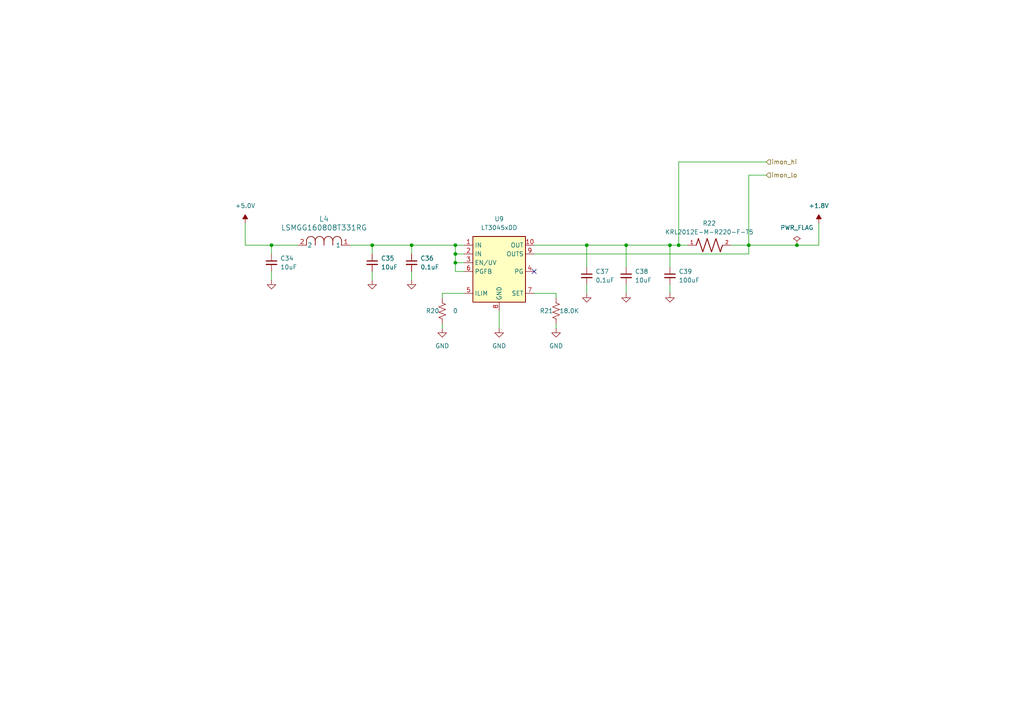
<source format=kicad_sch>
(kicad_sch (version 20250114) (generator "eeschema") (generator_version "9.0")
  (paper "A4")
  (lib_symbols
    (symbol "Device:C_Small" (pin_numbers (hide yes)) (pin_names (offset 0.254) (hide yes))
      (property "Reference" "C" (at 0.254 1.778 0))
      (property "Value" "C_Small" (at 0.254 -2.032 0))
      (symbol "C_Small_0_1"
        (polyline (pts (xy -1.524 0.508) (xy 1.524 0.508)) (stroke (width 0.3048)))
        (polyline (pts (xy -1.524 -0.508) (xy 1.524 -0.508)) (stroke (width 0.3302)))
      )
      (symbol "C_Small_1_1"
        (pin passive line (at 0 2.54 270) (length 2.032) (name "~") (number "1"))
        (pin passive line (at 0 -2.54 90) (length 2.032) (name "~") (number "2"))
      )
    )
    (symbol "Device:R_US" (pin_numbers (hide yes)) (pin_names (offset 0))
      (property "Reference" "R" (at 2.54 0 90))
      (property "Value" "R_US" (at -2.54 0 90))
      (symbol "R_US_0_1"
        (polyline (pts (xy 0 2.286) (xy 0 2.54)))
        (polyline (pts (xy 0 2.286) (xy 1.016 1.905) (xy 0 1.524) (xy -1.016 1.143) (xy 0 0.762)))
        (polyline (pts (xy 0 0.762) (xy 1.016 0.381) (xy 0 0) (xy -1.016 -0.381) (xy 0 -0.762)))
        (polyline (pts (xy 0 -0.762) (xy 1.016 -1.143) (xy 0 -1.524) (xy -1.016 -1.905) (xy 0 -2.286)))
        (polyline (pts (xy 0 -2.286) (xy 0 -2.54)))
      )
      (symbol "R_US_1_1"
        (pin passive line (at 0 3.81 270) (length 1.27) (name "~") (number "1"))
        (pin passive line (at 0 -3.81 90) (length 1.27) (name "~") (number "2"))
      )
    )
    (symbol "power:GND" (power) (pin_numbers (hide yes)) (pin_names (offset 0) (hide yes))
      (property "Value" "GND" (at 0 -3.81 0))
      (symbol "GND_0_1"
        (polyline (pts (xy 0 0) (xy 0 -1.27) (xy 1.27 -1.27) (xy 0 -2.54) (xy -1.27 -1.27) (xy 0 -1.27)))
      )
      (symbol "GND_1_1"
        (pin power_in line (at 0 0 270) (length 0) (name "~") (number "1"))
      )
    )
    (symbol "power:PWR_FLAG" (power) (pin_numbers (hide yes)) (pin_names (offset 0) (hide yes))
      (property "Value" "PWR_FLAG" (at 0 3.81 0))
      (symbol "PWR_FLAG_0_0"
        (pin power_out line (at 0 0 90) (length 0) (name "~") (number "1"))
      )
      (symbol "PWR_FLAG_0_1"
        (polyline (pts (xy 0 0) (xy 0 1.27) (xy -1.016 1.905) (xy 0 2.54) (xy 1.016 1.905) (xy 0 1.27)))
      )
    )
    (symbol "psc:+1.8V" (power) (pin_numbers (hide yes)) (pin_names (offset 0) (hide yes))
      (property "Value" "+1.8V" (at 0 3.556 0))
      (symbol "+1.8V_0_0"
        (pin power_in line (at 0 0 90) (length 0) (name "~") (number "1"))
      )
      (symbol "+1.8V_0_1"
        (polyline (pts (xy 0 0) (xy 0 1.27) (xy 0.762 1.27) (xy 0 2.54) (xy -0.762 1.27) (xy 0 1.27)) (fill (type outline)))
      )
    )
    (symbol "psc:+5.0V" (power) (pin_numbers (hide yes)) (pin_names (offset 0) (hide yes))
      (property "Value" "+5.0V" (at 0 3.556 0))
      (symbol "+5.0V_0_0"
        (pin power_in line (at 0 0 90) (length 0) (name "~") (number "1"))
      )
      (symbol "+5.0V_0_1"
        (polyline (pts (xy 0 0) (xy 0 1.27) (xy 0.762 1.27) (xy 0 2.54) (xy -0.762 1.27) (xy 0 1.27)) (fill (type outline)))
      )
    )
    (symbol "psc:KRL2012E-M-R220-F-T5" (pin_names (offset 1.016))
      (property "Reference" "R" (at -7.6244 2.5415 0))
      (property "Value" "KRL2012E-M-R220-F-T5" (at -10.414 -4.826 0))
      (symbol "KRL2012E-M-R220-F-T5_0_0"
        (polyline (pts (xy -5.08 0) (xy -4.445 1.905)) (stroke (width 0.254)))
        (polyline (pts (xy -4.445 1.905) (xy -3.175 -1.905)) (stroke (width 0.254)))
        (polyline (pts (xy -3.175 -1.905) (xy -1.905 1.905)) (stroke (width 0.254)))
        (polyline (pts (xy -1.905 1.905) (xy -0.635 -1.905)) (stroke (width 0.254)))
        (polyline (pts (xy -0.635 -1.905) (xy 0.635 1.905)) (stroke (width 0.254)))
        (polyline (pts (xy 0.635 1.905) (xy 1.905 -1.905)) (stroke (width 0.254)))
        (polyline (pts (xy 1.905 -1.905) (xy 2.54 0)) (stroke (width 0.254)))
      )
      (symbol "KRL2012E-M-R220-F-T5_1_0"
        (pin passive line (at -7.62 0 0) (length 2.54) (name "~") (number "1"))
        (pin passive line (at 5.08 0 180) (length 2.54) (name "~") (number "2"))
      )
    )
    (symbol "psc:LSMGG160808T331RG" (pin_names (offset 0.254))
      (property "Reference" "L" (at 6.985 5.08 0))
      (property "Value" "LSMGG160808T331RG" (at 6.985 -2.54 0))
      (symbol "LSMGG160808T331RG_1_1"
        (polyline (pts (xy 2.54 0) (xy 2.54 1.27)) (stroke (width 0.2032)))
        (arc (start 2.54 1.27) (mid 3.81 2.5344) (end 5.08 1.27) (stroke (width 0.2032)))
        (polyline (pts (xy 5.08 0) (xy 5.08 1.27)) (stroke (width 0.2032)))
        (arc (start 5.08 1.27) (mid 6.35 2.5344) (end 7.62 1.27) (stroke (width 0.2032)))
        (polyline (pts (xy 7.62 0) (xy 7.62 1.27)) (stroke (width 0.2032)))
        (arc (start 7.62 1.27) (mid 8.89 2.5344) (end 10.16 1.27) (stroke (width 0.2032)))
        (polyline (pts (xy 10.16 0) (xy 10.16 1.27)) (stroke (width 0.2032)))
        (arc (start 10.16 1.27) (mid 11.43 2.5344) (end 12.7 1.27) (stroke (width 0.2032)))
        (polyline (pts (xy 12.7 0) (xy 12.7 1.27)) (stroke (width 0.2032)))
        (pin unspecified line (at 0 0 0) (length 2.54) (name "2") (number "2"))
        (pin unspecified line (at 15.24 0 180) (length 2.54) (name "1") (number "1"))
      )
      (symbol "LSMGG160808T331RG_1_2"
        (arc (start -1.27 10.16) (mid -2.5344 11.43) (end -1.27 12.7) (stroke (width 0.2032)))
        (arc (start -1.27 7.62) (mid -2.5344 8.89) (end -1.27 10.16) (stroke (width 0.2032)))
        (arc (start -1.27 5.08) (mid -2.5344 6.35) (end -1.27 7.62) (stroke (width 0.2032)))
        (arc (start -1.27 2.54) (mid -2.5344 3.81) (end -1.27 5.08) (stroke (width 0.2032)))
        (polyline (pts (xy 0 12.7) (xy -1.27 12.7)) (stroke (width 0.2032)))
        (polyline (pts (xy 0 10.16) (xy -1.27 10.16)) (stroke (width 0.2032)))
        (polyline (pts (xy 0 7.62) (xy -1.27 7.62)) (stroke (width 0.2032)))
        (polyline (pts (xy 0 5.08) (xy -1.27 5.08)) (stroke (width 0.2032)))
        (polyline (pts (xy 0 2.54) (xy -1.27 2.54)) (stroke (width 0.2032)))
        (pin unspecified line (at 0 15.24 270) (length 2.54) (name "1") (number "1"))
        (pin unspecified line (at 0 0 90) (length 2.54) (name "2") (number "2"))
      )
    )
    (symbol "psc:LT3045xDD"
      (property "Reference" "U" (at -6.35 6.35 0))
      (property "Value" "LT3045xDD" (at 1.27 6.35 0))
      (symbol "LT3045xDD_0_1"
        (rectangle (start -7.62 5.08) (end 7.62 -13.97) (stroke (width 0.254)) (fill (type background)))
      )
      (symbol "LT3045xDD_1_1"
        (pin power_in line (at -10.16 2.54 0) (length 2.54) (name "IN") (number "1"))
        (pin passive line (at -10.16 2.54 0) (length 2.54) (hide yes) (name "IN") (number "2"))
        (pin power_in line (at -10.16 0 0) (length 2.54) (name "IN") (number "2"))
        (pin input line (at -10.16 -2.54 0) (length 2.54) (name "EN/UV") (number "3"))
        (pin input line (at -10.16 -5.08 0) (length 2.54) (name "PGFB") (number "6"))
        (pin passive line (at -10.16 -11.43 0) (length 2.54) (name "ILIM") (number "5"))
        (pin passive line (at 0 -16.51 90) (length 2.54) (hide yes) (name "GND") (number "11"))
        (pin power_in line (at 0 -16.51 90) (length 2.54) (name "GND") (number "8"))
        (pin power_out line (at 10.16 2.54 180) (length 2.54) (name "OUT") (number "10"))
        (pin input line (at 10.16 0 180) (length 2.54) (name "OUTS") (number "9"))
        (pin open_collector line (at 10.16 -5.08 180) (length 2.54) (name "PG") (number "4"))
        (pin passive line (at 10.16 -11.43 180) (length 2.54) (name "SET") (number "7"))
      )
    )
  )
  (junction (at 217.17 71.12))
  (junction (at 170.18 71.12))
  (junction (at 181.61 71.12))
  (junction (at 132.08 76.2))
  (junction (at 196.85 71.12))
  (junction (at 194.31 71.12))
  (junction (at 119.38 71.12))
  (junction (at 132.08 73.66))
  (junction (at 107.95 71.12))
  (junction (at 78.74 71.12))
  (junction (at 231.14 71.12))
  (junction (at 132.08 71.12))
  (no_connect (at 154.94 78.74))
  (wire (pts (xy 119.38 71.12) (xy 132.08 71.12)))
  (wire (pts (xy 222.25 46.99) (xy 196.85 46.99)))
  (wire (pts (xy 132.08 78.74) (xy 132.08 76.2)))
  (wire (pts (xy 154.94 85.09) (xy 161.29 85.09)))
  (wire (pts (xy 71.12 64.77) (xy 71.12 71.12)))
  (wire (pts (xy 128.27 95.25) (xy 128.27 93.98)))
  (wire (pts (xy 101.6 71.12) (xy 107.95 71.12)))
  (wire (pts (xy 154.94 73.66) (xy 217.17 73.66)))
  (wire (pts (xy 217.17 50.8) (xy 217.17 71.12)))
  (wire (pts (xy 217.17 73.66) (xy 217.17 71.12)))
  (wire (pts (xy 181.61 85.09) (xy 181.61 82.55)))
  (wire (pts (xy 194.31 71.12) (xy 194.31 77.47)))
  (wire (pts (xy 154.94 71.12) (xy 170.18 71.12)))
  (wire (pts (xy 71.12 71.12) (xy 78.74 71.12)))
  (wire (pts (xy 181.61 71.12) (xy 181.61 77.47)))
  (wire (pts (xy 134.62 76.2) (xy 132.08 76.2)))
  (wire (pts (xy 119.38 81.28) (xy 119.38 78.74)))
  (wire (pts (xy 217.17 71.12) (xy 212.09 71.12)))
  (wire (pts (xy 78.74 81.28) (xy 78.74 78.74)))
  (wire (pts (xy 107.95 81.28) (xy 107.95 78.74)))
  (wire (pts (xy 132.08 71.12) (xy 134.62 71.12)))
  (wire (pts (xy 128.27 85.09) (xy 128.27 86.36)))
  (wire (pts (xy 107.95 71.12) (xy 119.38 71.12)))
  (wire (pts (xy 231.14 71.12) (xy 237.49 71.12)))
  (wire (pts (xy 196.85 46.99) (xy 196.85 71.12)))
  (wire (pts (xy 161.29 95.25) (xy 161.29 93.98)))
  (wire (pts (xy 217.17 71.12) (xy 231.14 71.12)))
  (wire (pts (xy 170.18 71.12) (xy 181.61 71.12)))
  (wire (pts (xy 196.85 71.12) (xy 199.39 71.12)))
  (wire (pts (xy 107.95 71.12) (xy 107.95 73.66)))
  (wire (pts (xy 144.78 90.17) (xy 144.78 95.25)))
  (wire (pts (xy 161.29 86.36) (xy 161.29 85.09)))
  (wire (pts (xy 134.62 73.66) (xy 132.08 73.66)))
  (wire (pts (xy 119.38 73.66) (xy 119.38 71.12)))
  (wire (pts (xy 170.18 85.09) (xy 170.18 82.55)))
  (wire (pts (xy 222.25 50.8) (xy 217.17 50.8)))
  (wire (pts (xy 237.49 64.77) (xy 237.49 71.12)))
  (wire (pts (xy 78.74 71.12) (xy 78.74 73.66)))
  (wire (pts (xy 132.08 76.2) (xy 132.08 73.66)))
  (wire (pts (xy 132.08 73.66) (xy 132.08 71.12)))
  (wire (pts (xy 181.61 71.12) (xy 194.31 71.12)))
  (wire (pts (xy 194.31 85.09) (xy 194.31 82.55)))
  (wire (pts (xy 134.62 78.74) (xy 132.08 78.74)))
  (wire (pts (xy 194.31 71.12) (xy 196.85 71.12)))
  (wire (pts (xy 78.74 71.12) (xy 86.36 71.12)))
  (wire (pts (xy 134.62 85.09) (xy 128.27 85.09)))
  (wire (pts (xy 170.18 71.12) (xy 170.18 77.47)))
  (hierarchical_label "imon_lo" (shape input) (at 222.25 50.8 0))
  (hierarchical_label "imon_hi" (shape input) (at 222.25 46.99 0))
  (symbol (lib_id "Device:C_Small") (at 119.38 76.2 0) (unit 1)
    (property "Reference" "C36" (at 121.92 74.9362 0) (effects (justify left)))
    (property "Value" "0.1uF" (at 121.92 77.4762 0) (effects (justify left)))
    (property "Footprint" "Capacitor_SMD:C_0402_1005Metric" (effects (hide yes)))
    (property "Description" "Unpolarized capacitor, small symbol" (effects (hide yes)))
  )
  (symbol (lib_id "Device:C_Small") (at 181.61 80.01 0) (unit 1)
    (property "Reference" "C38" (at 184.15 78.7462 0) (effects (justify left)))
    (property "Value" "10uF" (at 184.15 81.2862 0) (effects (justify left)))
    (property "Footprint" "Capacitor_SMD:C_0603_1608Metric" (effects (hide yes)))
    (property "Description" "Unpolarized capacitor, small symbol" (effects (hide yes)))
    (property "Voltage" "25V" (effects (hide yes)))
  )
  (symbol (lib_id "psc:LT3045xDD") (at 144.78 73.66 0) (unit 1)
    (property "Reference" "U9" (at 144.78 63.5 0))
    (property "Value" "LT3045xDD" (at 144.78 66.04 0))
    (property "Footprint" "Package_DFN_QFN:DFN-10-1EP_3x3mm_P0.5mm_EP1.65x2.38mm" (effects (hide yes)))
    (property "Datasheet" "https://www.analog.com/media/en/technical-documentation/data-sheets/3045fa.pdf" (effects (hide yes)))
    (property "Description" "500mA, Adjustable, Ultralow Noise, Ultrahigh PSRR Linear Regulator, DFN-10" (effects (hide yes)))
  )
  (symbol (lib_id "power:GND") (at 128.27 95.25 0) (unit 1)
    (property "Reference" "#PWR096" (effects (hide yes)))
    (property "Value" "GND" (at 128.27 100.33 0))
    (property "Description" "Power symbol creates a global label with name \"GND\" , ground" (effects (hide yes)))
  )
  (symbol (lib_id "Device:C_Small") (at 78.74 76.2 0) (unit 1)
    (property "Reference" "C34" (at 81.28 74.9362 0) (effects (justify left)))
    (property "Value" "10uF" (at 81.28 77.4762 0) (effects (justify left)))
    (property "Footprint" "Capacitor_SMD:C_0603_1608Metric" (effects (hide yes)))
    (property "Description" "Unpolarized capacitor, small symbol" (effects (hide yes)))
    (property "Voltage" "25V" (effects (hide yes)))
  )
  (symbol (lib_id "power:PWR_FLAG") (at 231.14 71.12 0) (unit 1)
    (property "Reference" "#FLG08" (effects (hide yes)))
    (property "Value" "PWR_FLAG" (at 231.14 66.04 0))
    (property "Description" "Special symbol for telling ERC where power comes from" (effects (hide yes)))
  )
  (symbol (lib_id "Device:C_Small") (at 194.31 80.01 0) (unit 1)
    (property "Reference" "C39" (at 196.85 78.7462 0) (effects (justify left)))
    (property "Value" "100uF" (at 196.85 81.2862 0) (effects (justify left)))
    (property "Footprint" "Capacitor_SMD:C_1206_3216Metric" (effects (hide yes)))
    (property "Description" "Unpolarized capacitor, small symbol" (effects (hide yes)))
    (property "Voltage" "10V" (effects (hide yes)))
  )
  (symbol (lib_id "power:GND") (at 144.78 95.25 0) (unit 1)
    (property "Reference" "#PWR097" (effects (hide yes)))
    (property "Value" "GND" (at 144.78 100.33 0))
    (property "Description" "Power symbol creates a global label with name \"GND\" , ground" (effects (hide yes)))
  )
  (symbol (lib_id "power:GND") (at 170.18 85.09 0) (unit 1)
    (property "Reference" "#PWR099" (effects (hide yes)))
    (property "Value" "GND" (effects (hide yes)))
    (property "Description" "Power symbol creates a global label with name \"GND\" , ground" (effects (hide yes)))
  )
  (symbol (lib_id "Device:R_US") (at 128.27 90.17 0) (unit 1)
    (property "Reference" "R20" (at 125.476 90.17 0))
    (property "Value" "0" (at 132.08 90.17 0))
    (property "Footprint" "Resistor_SMD:R_0402_1005Metric" (effects (hide yes)))
    (property "Description" "Resistor, US symbol" (effects (hide yes)))
    (property "Tolerance" "1%" (effects (hide yes)))
  )
  (symbol (lib_id "psc:+1.8V") (at 237.49 64.77 0) (unit 1)
    (property "Reference" "#PWR0102" (effects (hide yes)))
    (property "Value" "+1.8V" (at 237.49 59.69 0))
    (property "Description" "Power symbol creates a global label with name \"-15V\"" (effects (hide yes)))
  )
  (symbol (lib_id "psc:KRL2012E-M-R220-F-T5") (at 207.01 71.12 0) (unit 1)
    (property "Reference" "R22" (at 205.74 64.77 0))
    (property "Value" "KRL2012E-M-R220-F-T5" (at 205.74 67.31 0))
    (property "Footprint" "myparts:RESC1220X70N" (effects (hide yes)))
  )
  (symbol (lib_id "power:GND") (at 161.29 95.25 0) (unit 1)
    (property "Reference" "#PWR098" (effects (hide yes)))
    (property "Value" "GND" (at 161.29 100.33 0))
    (property "Description" "Power symbol creates a global label with name \"GND\" , ground" (effects (hide yes)))
  )
  (symbol (lib_id "Device:C_Small") (at 170.18 80.01 0) (unit 1)
    (property "Reference" "C37" (at 172.72 78.7462 0) (effects (justify left)))
    (property "Value" "0.1uF" (at 172.72 81.2862 0) (effects (justify left)))
    (property "Footprint" "Capacitor_SMD:C_0402_1005Metric" (effects (hide yes)))
    (property "Description" "Unpolarized capacitor, small symbol" (effects (hide yes)))
  )
  (symbol (lib_id "power:GND") (at 78.74 81.28 0) (unit 1)
    (property "Reference" "#PWR093" (effects (hide yes)))
    (property "Value" "GND" (effects (hide yes)))
    (property "Description" "Power symbol creates a global label with name \"GND\" , ground" (effects (hide yes)))
  )
  (symbol (lib_id "power:GND") (at 194.31 85.09 0) (unit 1)
    (property "Reference" "#PWR0101" (effects (hide yes)))
    (property "Value" "GND" (effects (hide yes)))
    (property "Description" "Power symbol creates a global label with name \"GND\" , ground" (effects (hide yes)))
  )
  (symbol (lib_id "power:GND") (at 107.95 81.28 0) (unit 1)
    (property "Reference" "#PWR094" (effects (hide yes)))
    (property "Value" "GND" (effects (hide yes)))
    (property "Description" "Power symbol creates a global label with name \"GND\" , ground" (effects (hide yes)))
  )
  (symbol (lib_id "Device:R_US") (at 161.29 90.17 0) (unit 1)
    (property "Reference" "R21" (at 158.496 90.17 0))
    (property "Value" "18.0K" (at 165.1 90.17 0))
    (property "Footprint" "Resistor_SMD:R_0402_1005Metric" (effects (hide yes)))
    (property "Description" "Resistor, US symbol" (effects (hide yes)))
    (property "Tolerance" "1%" (effects (hide yes)))
  )
  (symbol (lib_id "power:GND") (at 119.38 81.28 0) (unit 1)
    (property "Reference" "#PWR095" (effects (hide yes)))
    (property "Value" "GND" (effects (hide yes)))
    (property "Description" "Power symbol creates a global label with name \"GND\" , ground" (effects (hide yes)))
  )
  (symbol (lib_id "psc:LSMGG160808T331RG") (at 86.36 71.12 0) (unit 1)
    (property "Reference" "L4" (at 93.98 63.5 0) (effects (font (size 1.524 1.524))))
    (property "Value" "LSMGG160808T331RG" (at 93.98 66.04 0) (effects (font (size 1.524 1.524))))
    (property "Footprint" "myparts:IND_LSMG_160808_TAY" (effects (hide yes)))
    (property "Datasheet" "LSMGG160808T331RG" (effects (hide yes)))
  )
  (symbol (lib_id "Device:C_Small") (at 107.95 76.2 0) (unit 1)
    (property "Reference" "C35" (at 110.49 74.9362 0) (effects (justify left)))
    (property "Value" "10uF" (at 110.49 77.4762 0) (effects (justify left)))
    (property "Footprint" "Capacitor_SMD:C_0603_1608Metric" (effects (hide yes)))
    (property "Description" "Unpolarized capacitor, small symbol" (effects (hide yes)))
    (property "Voltage" "25V" (effects (hide yes)))
  )
  (symbol (lib_id "power:GND") (at 181.61 85.09 0) (unit 1)
    (property "Reference" "#PWR0100" (effects (hide yes)))
    (property "Value" "GND" (effects (hide yes)))
    (property "Description" "Power symbol creates a global label with name \"GND\" , ground" (effects (hide yes)))
  )
  (symbol (lib_id "psc:+5.0V") (at 71.12 64.77 0) (unit 1)
    (property "Reference" "#PWR092" (effects (hide yes)))
    (property "Value" "+5.0V" (at 71.12 59.69 0))
    (property "Description" "Power symbol creates a global label with name \"-15V\"" (effects (hide yes)))
  )
)
</source>
